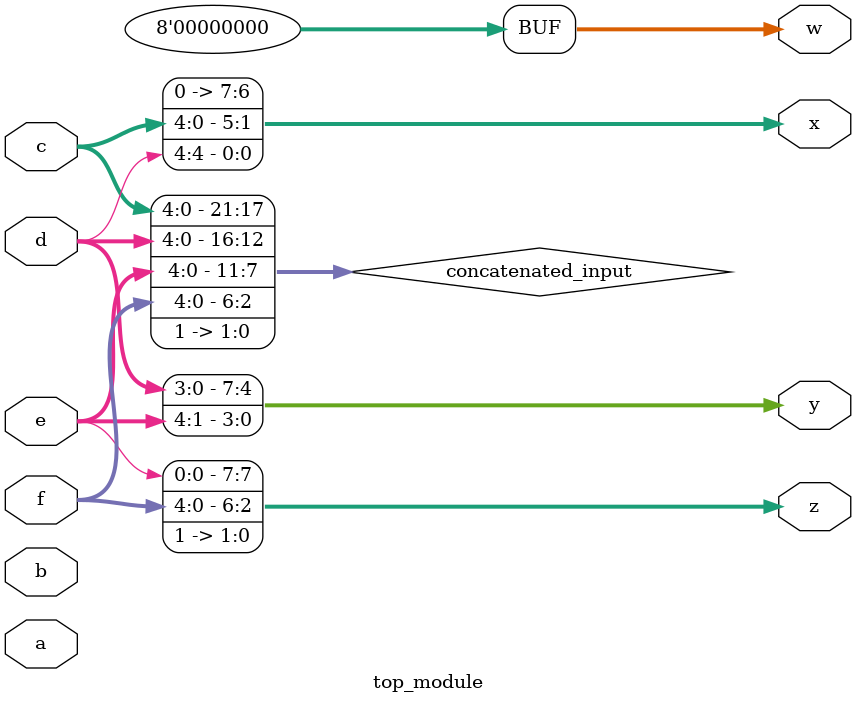
<source format=sv>
module top_module (
  input [4:0] a,
  input [4:0] b,
  input [4:0] c,
  input [4:0] d,
  input [4:0] e,
  input [4:0] f,
  output [7:0] w,
  output [7:0] x,
  output [7:0] y,
  output [7:0] z
);
  // Concatenate a, b, c, d, e, f with 2'b11
  wire [21:0] concatenated_input;
  assign concatenated_input = {a, b, c, d, e, f, 2'b11};

  // Split the concatenated input into w, x, y, z
  assign {w, x, y, z} = concatenated_input;
endmodule

</source>
